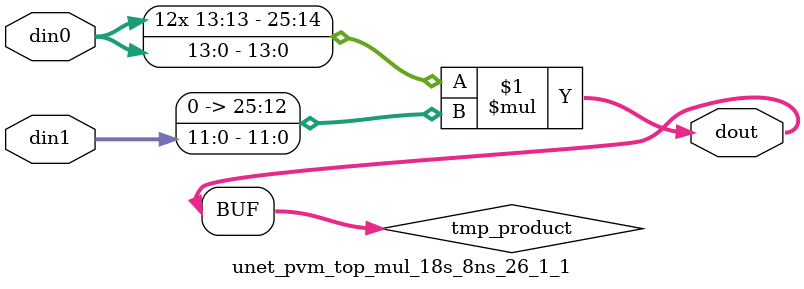
<source format=v>

`timescale 1 ns / 1 ps

 module unet_pvm_top_mul_18s_8ns_26_1_1(din0, din1, dout);
parameter ID = 1;
parameter NUM_STAGE = 0;
parameter din0_WIDTH = 14;
parameter din1_WIDTH = 12;
parameter dout_WIDTH = 26;

input [din0_WIDTH - 1 : 0] din0; 
input [din1_WIDTH - 1 : 0] din1; 
output [dout_WIDTH - 1 : 0] dout;

wire signed [dout_WIDTH - 1 : 0] tmp_product;


























assign tmp_product = $signed(din0) * $signed({1'b0, din1});









assign dout = tmp_product;





















endmodule

</source>
